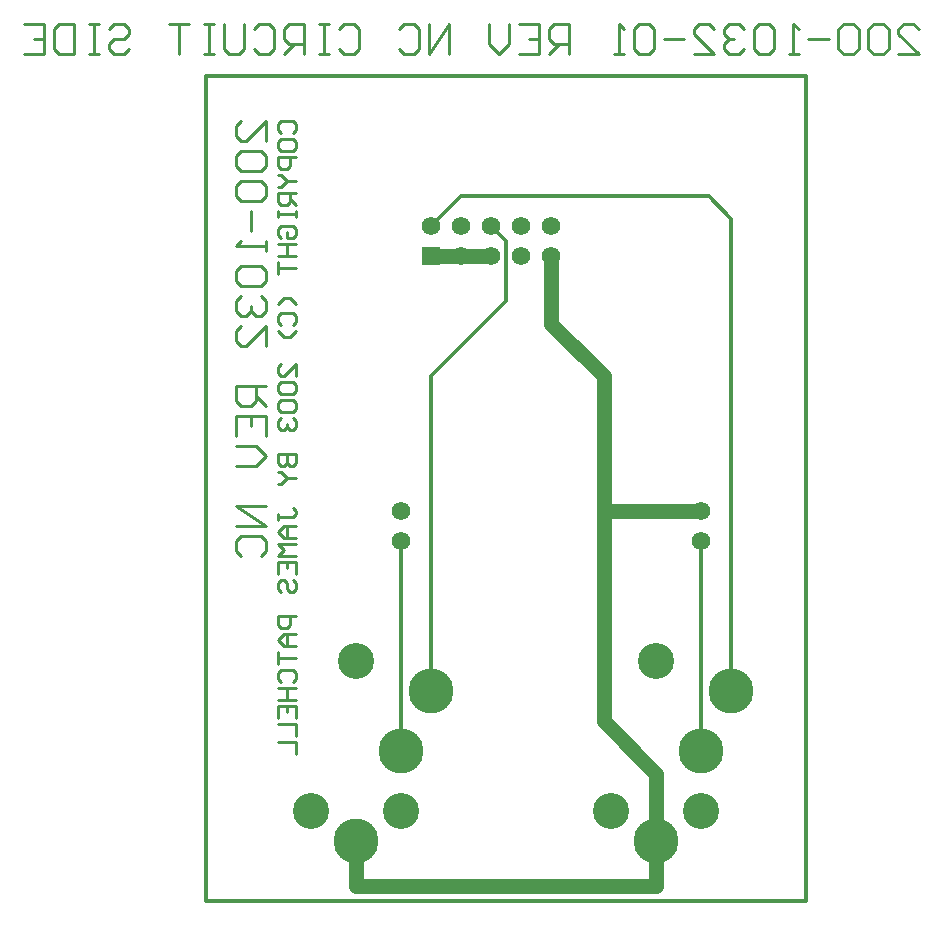
<source format=gbl>
*%FSLAX23Y23*%
*%MOIN*%
G01*
%ADD11C,0.006*%
%ADD12C,0.007*%
%ADD13C,0.010*%
%ADD14C,0.012*%
%ADD15C,0.036*%
%ADD16C,0.050*%
%ADD17C,0.056*%
%ADD18C,0.060*%
%ADD19C,0.062*%
%ADD20C,0.068*%
%ADD21C,0.080*%
%ADD22C,0.095*%
%ADD23C,0.115*%
%ADD24C,0.120*%
%ADD25C,0.126*%
%ADD26C,0.150*%
%ADD27C,0.156*%
%ADD28R,0.062X0.062*%
%ADD29R,0.068X0.068*%
D13*
X8567Y8962D02*
Y9029D01*
X8500Y8962D01*
X8484D01*
X8467Y8979D01*
Y9012D01*
X8484Y9029D01*
Y8929D02*
X8467Y8912D01*
Y8879D01*
X8484Y8862D01*
X8550D01*
X8567Y8879D01*
Y8912D01*
X8550Y8929D01*
X8484D01*
Y8829D02*
X8467Y8812D01*
Y8779D01*
X8484Y8762D01*
X8550D01*
X8567Y8779D01*
Y8812D01*
X8550Y8829D01*
X8484D01*
X8517Y8729D02*
Y8662D01*
X8567Y8629D02*
Y8596D01*
Y8612D01*
X8467D01*
X8468D01*
X8467D02*
X8484Y8629D01*
Y8546D02*
X8467Y8529D01*
Y8496D01*
X8484Y8479D01*
X8550D01*
X8567Y8496D01*
Y8529D01*
X8550Y8546D01*
X8484D01*
Y8446D02*
X8467Y8429D01*
Y8396D01*
X8484Y8379D01*
X8500D01*
X8501D01*
X8500D02*
X8501D01*
X8500D02*
X8501D01*
X8500D02*
X8517Y8396D01*
Y8413D01*
Y8396D01*
X8534Y8379D01*
X8550D01*
X8567Y8396D01*
Y8429D01*
X8550Y8446D01*
X8567Y8346D02*
Y8279D01*
Y8346D02*
X8500Y8279D01*
X8484D01*
X8467Y8296D01*
Y8329D01*
X8484Y8346D01*
X8467Y8146D02*
X8567D01*
X8467D02*
Y8096D01*
X8484Y8079D01*
X8517D01*
X8534Y8096D01*
Y8146D01*
Y8113D02*
X8567Y8079D01*
X8467Y8046D02*
Y7979D01*
Y8046D02*
X8567D01*
Y7979D01*
X8517Y8013D02*
Y8046D01*
X8534Y7946D02*
X8467D01*
X8534D02*
X8567Y7913D01*
X8534Y7879D01*
X8467D01*
Y7746D02*
X8567D01*
Y7679D02*
X8467Y7746D01*
Y7679D02*
X8567D01*
X8484Y7579D02*
X8467Y7596D01*
Y7629D01*
X8484Y7646D01*
X8550D01*
X8567Y7629D01*
Y7596D01*
X8550Y7579D01*
X8617Y8989D02*
X8607Y8999D01*
Y9019D01*
X8617Y9029D01*
X8657D01*
X8667Y9019D01*
Y8999D01*
X8657Y8989D01*
X8607Y8959D02*
Y8939D01*
Y8959D02*
X8617Y8969D01*
X8657D01*
X8667Y8959D01*
Y8939D01*
X8657Y8929D01*
X8617D01*
X8607Y8939D01*
Y8909D02*
X8667D01*
X8607D02*
Y8879D01*
X8617Y8869D01*
X8637D01*
X8647Y8879D01*
Y8909D01*
X8617Y8849D02*
X8607D01*
X8617D02*
X8637Y8829D01*
X8617Y8809D01*
X8607D01*
X8637Y8829D02*
X8667D01*
Y8789D02*
X8607D01*
Y8759D01*
X8617Y8749D01*
X8637D01*
X8647Y8759D01*
Y8789D01*
Y8769D02*
X8667Y8749D01*
X8607Y8729D02*
Y8709D01*
Y8719D01*
X8667D01*
Y8729D01*
Y8709D01*
X8607Y8649D02*
X8617Y8639D01*
X8607Y8649D02*
Y8669D01*
X8617Y8679D01*
X8657D01*
X8667Y8669D01*
Y8649D01*
X8657Y8639D01*
X8637D01*
Y8659D01*
X8607Y8619D02*
X8667D01*
X8637D01*
Y8579D01*
X8607D01*
X8667D01*
X8607Y8559D02*
Y8519D01*
Y8539D01*
X8667D01*
X8647Y8439D02*
X8667Y8419D01*
X8647Y8439D02*
X8627D01*
X8607Y8419D01*
Y8359D02*
X8617Y8349D01*
X8607Y8359D02*
Y8379D01*
X8617Y8389D01*
X8657D01*
X8667Y8379D01*
Y8359D01*
X8657Y8349D01*
X8667Y8329D02*
X8647Y8309D01*
X8627D01*
X8607Y8329D01*
X8667Y8219D02*
Y8179D01*
Y8219D02*
X8627Y8179D01*
X8617D01*
X8607Y8189D01*
Y8209D01*
X8617Y8219D01*
Y8159D02*
X8607Y8149D01*
Y8129D01*
X8617Y8119D01*
X8657D01*
X8667Y8129D01*
Y8149D01*
X8657Y8159D01*
X8617D01*
Y8099D02*
X8607Y8089D01*
Y8069D01*
X8617Y8059D01*
X8657D01*
X8667Y8069D01*
Y8089D01*
X8657Y8099D01*
X8617D01*
Y8039D02*
X8607Y8029D01*
Y8009D01*
X8617Y7999D01*
X8627D01*
X8628D01*
X8627D02*
X8628D01*
X8627D02*
X8628D01*
X8627D02*
X8637Y8009D01*
Y8019D01*
Y8009D01*
X8647Y7999D01*
X8657D01*
X8667Y8009D01*
Y8029D01*
X8657Y8039D01*
X8667Y7919D02*
X8607D01*
X8667D02*
Y7889D01*
X8657Y7879D01*
X8647D01*
X8637Y7889D01*
Y7919D01*
X8638D01*
X8637D02*
X8638D01*
X8637D02*
X8638D01*
X8637D02*
Y7889D01*
X8627Y7879D01*
X8617D01*
X8607Y7889D01*
Y7919D01*
Y7859D02*
X8617D01*
X8637Y7839D01*
X8617Y7819D01*
X8607D01*
X8637Y7839D02*
X8667D01*
X8607Y7719D02*
Y7699D01*
Y7709D02*
Y7719D01*
Y7709D02*
X8657D01*
X8667Y7719D01*
Y7729D01*
X8657Y7739D01*
X8667Y7679D02*
X8627D01*
X8607Y7659D01*
X8627Y7639D01*
X8667D01*
X8637D01*
Y7679D01*
X8667Y7619D02*
X8607D01*
X8627Y7599D01*
X8607Y7579D01*
X8667D01*
X8607Y7559D02*
Y7519D01*
Y7559D02*
X8667D01*
Y7519D01*
X8637Y7539D02*
Y7559D01*
X8607Y7470D02*
X8617Y7460D01*
X8607Y7470D02*
Y7489D01*
X8617Y7499D01*
X8627D01*
X8637Y7489D01*
Y7470D01*
X8647Y7460D01*
X8657D01*
X8667Y7470D01*
Y7489D01*
X8657Y7499D01*
X8667Y7380D02*
X8607D01*
Y7350D01*
X8617Y7340D01*
X8637D01*
X8647Y7350D01*
Y7380D01*
X8667Y7320D02*
X8627D01*
X8607Y7300D01*
X8627Y7280D01*
X8667D01*
X8637D01*
Y7320D01*
X8607Y7260D02*
Y7220D01*
Y7240D01*
X8667D01*
X8607Y7170D02*
X8617Y7160D01*
X8607Y7170D02*
Y7190D01*
X8617Y7200D01*
X8657D01*
X8667Y7190D01*
Y7170D01*
X8657Y7160D01*
X8667Y7140D02*
X8607D01*
X8637D02*
X8667D01*
X8637D02*
Y7100D01*
X8607D01*
X8667D01*
X8607Y7080D02*
Y7040D01*
Y7080D02*
X8667D01*
Y7040D01*
X8637Y7060D02*
Y7080D01*
X8607Y7020D02*
X8667D01*
Y6980D01*
Y6960D02*
X8607D01*
X8667D02*
Y6920D01*
X10675Y9254D02*
X10742D01*
X10675Y9321D01*
Y9337D01*
X10692Y9354D01*
X10725D01*
X10742Y9337D01*
X10642D02*
X10625Y9354D01*
X10592D01*
X10575Y9337D01*
Y9271D01*
X10592Y9254D01*
X10625D01*
X10642Y9271D01*
Y9337D01*
X10542D02*
X10525Y9354D01*
X10492D01*
X10475Y9337D01*
Y9271D01*
X10492Y9254D01*
X10525D01*
X10542Y9271D01*
Y9337D01*
X10442Y9304D02*
X10375D01*
X10342Y9254D02*
X10309D01*
X10325D01*
Y9354D01*
X10326D01*
X10325D02*
X10342Y9337D01*
X10259D02*
X10242Y9354D01*
X10209D01*
X10192Y9337D01*
Y9271D01*
X10209Y9254D01*
X10242D01*
X10259Y9271D01*
Y9337D01*
X10159D02*
X10142Y9354D01*
X10109D01*
X10092Y9337D01*
Y9321D01*
X10093D01*
X10092D02*
X10093D01*
X10092D02*
X10093D01*
X10092D02*
X10109Y9304D01*
X10126D01*
X10109D01*
X10092Y9287D01*
Y9271D01*
X10109Y9254D01*
X10142D01*
X10159Y9271D01*
X10059Y9254D02*
X9992D01*
X10059D02*
X9992Y9321D01*
Y9337D01*
X10009Y9354D01*
X10042D01*
X10059Y9337D01*
X9959Y9304D02*
X9892D01*
X9859Y9337D02*
X9842Y9354D01*
X9809D01*
X9792Y9337D01*
Y9271D01*
X9809Y9254D01*
X9842D01*
X9859Y9271D01*
Y9337D01*
X9759Y9254D02*
X9726D01*
X9742D01*
Y9354D01*
X9743D01*
X9742D02*
X9759Y9337D01*
X9576Y9354D02*
Y9254D01*
Y9354D02*
X9526D01*
X9509Y9337D01*
Y9304D01*
X9526Y9287D01*
X9576D01*
X9542D02*
X9509Y9254D01*
X9476Y9354D02*
X9409D01*
X9476D02*
Y9254D01*
X9409D01*
X9442Y9304D02*
X9476D01*
X9376Y9287D02*
Y9354D01*
Y9287D02*
X9342Y9254D01*
X9309Y9287D01*
Y9354D01*
X9176D02*
Y9254D01*
X9109D02*
X9176Y9354D01*
X9109D02*
Y9254D01*
X9009Y9337D02*
X9026Y9354D01*
X9059D01*
X9076Y9337D01*
Y9271D01*
X9059Y9254D01*
X9026D01*
X9009Y9271D01*
X8826Y9354D02*
X8809Y9337D01*
X8826Y9354D02*
X8859D01*
X8876Y9337D01*
Y9271D01*
X8859Y9254D01*
X8826D01*
X8809Y9271D01*
X8776Y9354D02*
X8743D01*
X8759D01*
Y9254D01*
X8776D01*
X8743D01*
X8693D02*
Y9354D01*
X8643D01*
X8626Y9337D01*
Y9304D01*
X8643Y9287D01*
X8693D01*
X8659D02*
X8626Y9254D01*
X8526Y9337D02*
X8543Y9354D01*
X8576D01*
X8593Y9337D01*
Y9271D01*
X8576Y9254D01*
X8543D01*
X8526Y9271D01*
X8493D02*
Y9354D01*
Y9271D02*
X8476Y9254D01*
X8443D01*
X8426Y9271D01*
Y9354D01*
X8393D02*
X8359D01*
X8376D01*
Y9254D01*
X8393D01*
X8359D01*
X8309Y9354D02*
X8243D01*
X8276D01*
Y9254D01*
X8060Y9354D02*
X8043Y9337D01*
X8060Y9354D02*
X8093D01*
X8110Y9337D01*
Y9321D01*
X8093Y9304D01*
X8060D01*
X8043Y9287D01*
Y9271D01*
X8060Y9254D01*
X8093D01*
X8110Y9271D01*
X8010Y9354D02*
X7976D01*
X7993D01*
Y9254D01*
X8010D01*
X7976D01*
X7926D02*
Y9354D01*
Y9254D02*
X7876D01*
X7860Y9271D01*
Y9337D01*
X7876Y9354D01*
X7926D01*
X7826D02*
X7760D01*
X7826D02*
Y9254D01*
X7760D01*
X7793Y9304D02*
X7826D01*
D14*
X9117Y8179D02*
X9367Y8429D01*
X9017Y7629D02*
Y6929D01*
X9117Y7129D02*
Y8179D01*
Y8679D02*
X9217Y8779D01*
X9317Y8679D02*
X9367Y8629D01*
Y8429D01*
X10017Y7629D02*
Y6929D01*
X10117Y8704D02*
X10042Y8779D01*
X10117Y8704D02*
Y7129D01*
X10042Y8779D02*
X9217D01*
X8367Y9179D02*
X10367D01*
Y6429D02*
X8367D01*
Y9179D01*
X10367D02*
Y6429D01*
D16*
X9867Y6854D02*
X9692Y7029D01*
Y8179D02*
X9517Y8354D01*
X9867Y6479D02*
X8867D01*
Y6629D01*
X9517Y8354D02*
Y8579D01*
X9692Y7729D02*
X10017D01*
X9692Y7679D02*
Y7029D01*
Y7679D02*
Y7729D01*
Y8179D01*
X9867Y6629D02*
Y6479D01*
Y6629D02*
Y6854D01*
X9217Y8579D02*
X9117D01*
X9217D02*
X9317D01*
D19*
X9017Y7729D02*
D03*
Y7629D02*
D03*
X10017Y7729D02*
D03*
Y7629D02*
D03*
X9417Y8679D02*
D03*
X9117D02*
D03*
X9217Y8579D02*
D03*
Y8679D02*
D03*
X9317Y8579D02*
D03*
Y8679D02*
D03*
X9417Y8579D02*
D03*
X9517D02*
D03*
Y8679D02*
D03*
D24*
X8867Y7229D02*
D03*
X8717Y6729D02*
D03*
X9017D02*
D03*
X9867Y7229D02*
D03*
X9717Y6729D02*
D03*
X10017D02*
D03*
D26*
X8867Y6629D02*
D03*
X9117Y7129D02*
D03*
X9017Y6929D02*
D03*
X9867Y6629D02*
D03*
X10117Y7129D02*
D03*
X10017Y6929D02*
D03*
D28*
X9117Y8579D02*
D03*
M02*

</source>
